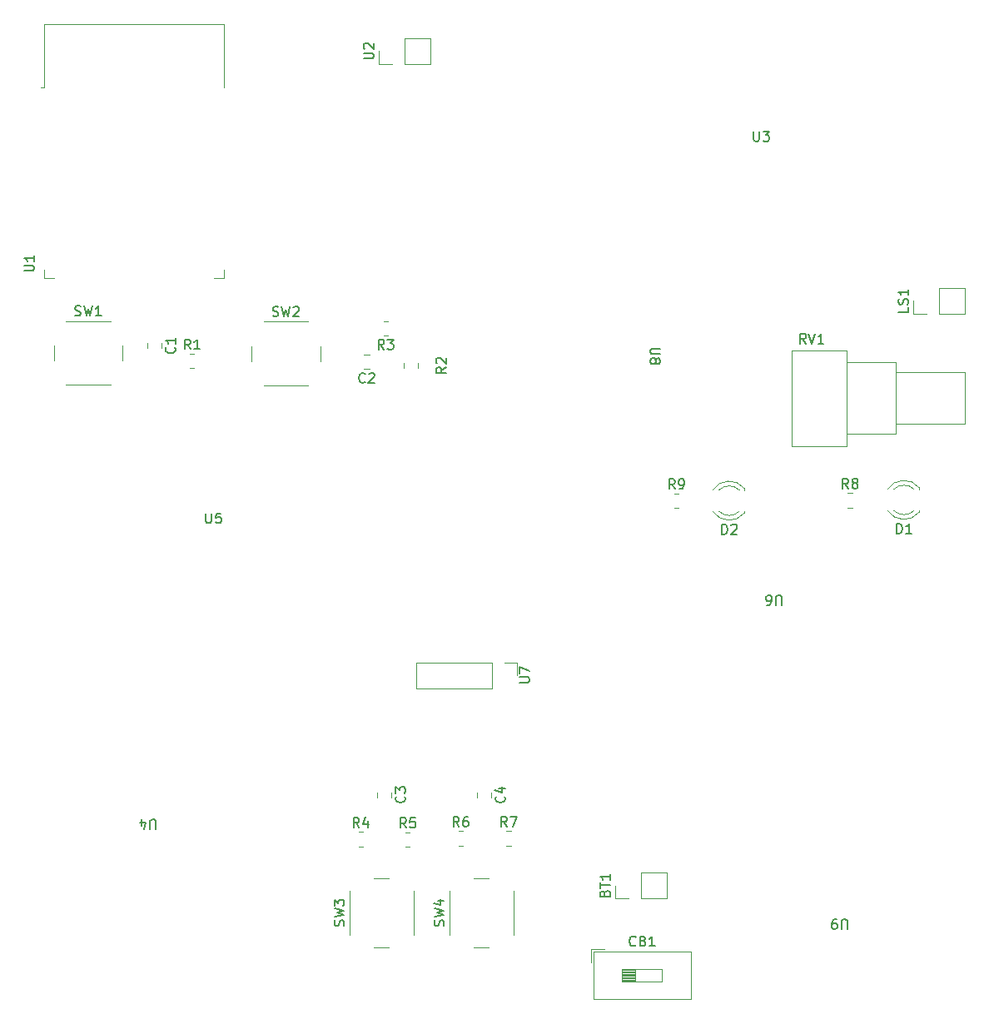
<source format=gbr>
%TF.GenerationSoftware,KiCad,Pcbnew,(6.0.5)*%
%TF.CreationDate,2022-05-27T10:16:45-05:00*%
%TF.ProjectId,Placa-Final,506c6163-612d-4466-996e-616c2e6b6963,rev?*%
%TF.SameCoordinates,Original*%
%TF.FileFunction,Legend,Top*%
%TF.FilePolarity,Positive*%
%FSLAX46Y46*%
G04 Gerber Fmt 4.6, Leading zero omitted, Abs format (unit mm)*
G04 Created by KiCad (PCBNEW (6.0.5)) date 2022-05-27 10:16:45*
%MOMM*%
%LPD*%
G01*
G04 APERTURE LIST*
%ADD10C,0.150000*%
%ADD11C,0.120000*%
G04 APERTURE END LIST*
D10*
%TO.C,U3*%
X107896495Y-41186280D02*
X107896495Y-41995804D01*
X107944114Y-42091042D01*
X107991733Y-42138661D01*
X108086971Y-42186280D01*
X108277447Y-42186280D01*
X108372685Y-42138661D01*
X108420304Y-42091042D01*
X108467923Y-41995804D01*
X108467923Y-41186280D01*
X108848876Y-41186280D02*
X109467923Y-41186280D01*
X109134590Y-41567233D01*
X109277447Y-41567233D01*
X109372685Y-41614852D01*
X109420304Y-41662471D01*
X109467923Y-41757709D01*
X109467923Y-41995804D01*
X109420304Y-42091042D01*
X109372685Y-42138661D01*
X109277447Y-42186280D01*
X108991733Y-42186280D01*
X108896495Y-42138661D01*
X108848876Y-42091042D01*
%TO.C,R7*%
X82812933Y-111896780D02*
X82479600Y-111420590D01*
X82241504Y-111896780D02*
X82241504Y-110896780D01*
X82622457Y-110896780D01*
X82717695Y-110944400D01*
X82765314Y-110992019D01*
X82812933Y-111087257D01*
X82812933Y-111230114D01*
X82765314Y-111325352D01*
X82717695Y-111372971D01*
X82622457Y-111420590D01*
X82241504Y-111420590D01*
X83146266Y-110896780D02*
X83812933Y-110896780D01*
X83384361Y-111896780D01*
%TO.C,R2*%
X76602380Y-65156666D02*
X76126190Y-65490000D01*
X76602380Y-65728095D02*
X75602380Y-65728095D01*
X75602380Y-65347142D01*
X75650000Y-65251904D01*
X75697619Y-65204285D01*
X75792857Y-65156666D01*
X75935714Y-65156666D01*
X76030952Y-65204285D01*
X76078571Y-65251904D01*
X76126190Y-65347142D01*
X76126190Y-65728095D01*
X75697619Y-64775714D02*
X75650000Y-64728095D01*
X75602380Y-64632857D01*
X75602380Y-64394761D01*
X75650000Y-64299523D01*
X75697619Y-64251904D01*
X75792857Y-64204285D01*
X75888095Y-64204285D01*
X76030952Y-64251904D01*
X76602380Y-64823333D01*
X76602380Y-64204285D01*
%TO.C,R8*%
X117528533Y-77494280D02*
X117195200Y-77018090D01*
X116957104Y-77494280D02*
X116957104Y-76494280D01*
X117338057Y-76494280D01*
X117433295Y-76541900D01*
X117480914Y-76589519D01*
X117528533Y-76684757D01*
X117528533Y-76827614D01*
X117480914Y-76922852D01*
X117433295Y-76970471D01*
X117338057Y-77018090D01*
X116957104Y-77018090D01*
X118099961Y-76922852D02*
X118004723Y-76875233D01*
X117957104Y-76827614D01*
X117909485Y-76732376D01*
X117909485Y-76684757D01*
X117957104Y-76589519D01*
X118004723Y-76541900D01*
X118099961Y-76494280D01*
X118290438Y-76494280D01*
X118385676Y-76541900D01*
X118433295Y-76589519D01*
X118480914Y-76684757D01*
X118480914Y-76732376D01*
X118433295Y-76827614D01*
X118385676Y-76875233D01*
X118290438Y-76922852D01*
X118099961Y-76922852D01*
X118004723Y-76970471D01*
X117957104Y-77018090D01*
X117909485Y-77113328D01*
X117909485Y-77303804D01*
X117957104Y-77399042D01*
X118004723Y-77446661D01*
X118099961Y-77494280D01*
X118290438Y-77494280D01*
X118385676Y-77446661D01*
X118433295Y-77399042D01*
X118480914Y-77303804D01*
X118480914Y-77113328D01*
X118433295Y-77018090D01*
X118385676Y-76970471D01*
X118290438Y-76922852D01*
%TO.C,RV1*%
X113218061Y-62757180D02*
X112884728Y-62280990D01*
X112646633Y-62757180D02*
X112646633Y-61757180D01*
X113027585Y-61757180D01*
X113122823Y-61804800D01*
X113170442Y-61852419D01*
X113218061Y-61947657D01*
X113218061Y-62090514D01*
X113170442Y-62185752D01*
X113122823Y-62233371D01*
X113027585Y-62280990D01*
X112646633Y-62280990D01*
X113503776Y-61757180D02*
X113837109Y-62757180D01*
X114170442Y-61757180D01*
X115027585Y-62757180D02*
X114456157Y-62757180D01*
X114741871Y-62757180D02*
X114741871Y-61757180D01*
X114646633Y-61900038D01*
X114551395Y-61995276D01*
X114456157Y-62042895D01*
%TO.C,C3*%
X72378542Y-108821966D02*
X72426161Y-108869585D01*
X72473780Y-109012442D01*
X72473780Y-109107680D01*
X72426161Y-109250538D01*
X72330923Y-109345776D01*
X72235685Y-109393395D01*
X72045209Y-109441014D01*
X71902352Y-109441014D01*
X71711876Y-109393395D01*
X71616638Y-109345776D01*
X71521400Y-109250538D01*
X71473780Y-109107680D01*
X71473780Y-109012442D01*
X71521400Y-108869585D01*
X71569019Y-108821966D01*
X71473780Y-108488633D02*
X71473780Y-107869585D01*
X71854733Y-108202919D01*
X71854733Y-108060061D01*
X71902352Y-107964823D01*
X71949971Y-107917204D01*
X72045209Y-107869585D01*
X72283304Y-107869585D01*
X72378542Y-107917204D01*
X72426161Y-107964823D01*
X72473780Y-108060061D01*
X72473780Y-108345776D01*
X72426161Y-108441014D01*
X72378542Y-108488633D01*
%TO.C,U5*%
X52185195Y-80032080D02*
X52185195Y-80841604D01*
X52232814Y-80936842D01*
X52280433Y-80984461D01*
X52375671Y-81032080D01*
X52566147Y-81032080D01*
X52661385Y-80984461D01*
X52709004Y-80936842D01*
X52756623Y-80841604D01*
X52756623Y-80032080D01*
X53709004Y-80032080D02*
X53232814Y-80032080D01*
X53185195Y-80508271D01*
X53232814Y-80460652D01*
X53328052Y-80413033D01*
X53566147Y-80413033D01*
X53661385Y-80460652D01*
X53709004Y-80508271D01*
X53756623Y-80603509D01*
X53756623Y-80841604D01*
X53709004Y-80936842D01*
X53661385Y-80984461D01*
X53566147Y-81032080D01*
X53328052Y-81032080D01*
X53232814Y-80984461D01*
X53185195Y-80936842D01*
%TO.C,BT1*%
X92757671Y-118670714D02*
X92805290Y-118527857D01*
X92852909Y-118480238D01*
X92948147Y-118432619D01*
X93091004Y-118432619D01*
X93186242Y-118480238D01*
X93233861Y-118527857D01*
X93281480Y-118623095D01*
X93281480Y-119004047D01*
X92281480Y-119004047D01*
X92281480Y-118670714D01*
X92329100Y-118575476D01*
X92376719Y-118527857D01*
X92471957Y-118480238D01*
X92567195Y-118480238D01*
X92662433Y-118527857D01*
X92710052Y-118575476D01*
X92757671Y-118670714D01*
X92757671Y-119004047D01*
X92281480Y-118146904D02*
X92281480Y-117575476D01*
X93281480Y-117861190D02*
X92281480Y-117861190D01*
X93281480Y-116718333D02*
X93281480Y-117289761D01*
X93281480Y-117004047D02*
X92281480Y-117004047D01*
X92424338Y-117099285D01*
X92519576Y-117194523D01*
X92567195Y-117289761D01*
%TO.C,C2*%
X68383333Y-66667142D02*
X68335714Y-66714761D01*
X68192857Y-66762380D01*
X68097619Y-66762380D01*
X67954761Y-66714761D01*
X67859523Y-66619523D01*
X67811904Y-66524285D01*
X67764285Y-66333809D01*
X67764285Y-66190952D01*
X67811904Y-66000476D01*
X67859523Y-65905238D01*
X67954761Y-65810000D01*
X68097619Y-65762380D01*
X68192857Y-65762380D01*
X68335714Y-65810000D01*
X68383333Y-65857619D01*
X68764285Y-65857619D02*
X68811904Y-65810000D01*
X68907142Y-65762380D01*
X69145238Y-65762380D01*
X69240476Y-65810000D01*
X69288095Y-65857619D01*
X69335714Y-65952857D01*
X69335714Y-66048095D01*
X69288095Y-66190952D01*
X68716666Y-66762380D01*
X69335714Y-66762380D01*
%TO.C,U8*%
X98384819Y-63266795D02*
X97575295Y-63266795D01*
X97480057Y-63314414D01*
X97432438Y-63362033D01*
X97384819Y-63457271D01*
X97384819Y-63647747D01*
X97432438Y-63742985D01*
X97480057Y-63790604D01*
X97575295Y-63838223D01*
X98384819Y-63838223D01*
X97956247Y-64457271D02*
X98003866Y-64362033D01*
X98051485Y-64314414D01*
X98146723Y-64266795D01*
X98194342Y-64266795D01*
X98289580Y-64314414D01*
X98337200Y-64362033D01*
X98384819Y-64457271D01*
X98384819Y-64647747D01*
X98337200Y-64742985D01*
X98289580Y-64790604D01*
X98194342Y-64838223D01*
X98146723Y-64838223D01*
X98051485Y-64790604D01*
X98003866Y-64742985D01*
X97956247Y-64647747D01*
X97956247Y-64457271D01*
X97908628Y-64362033D01*
X97861009Y-64314414D01*
X97765771Y-64266795D01*
X97575295Y-64266795D01*
X97480057Y-64314414D01*
X97432438Y-64362033D01*
X97384819Y-64457271D01*
X97384819Y-64647747D01*
X97432438Y-64742985D01*
X97480057Y-64790604D01*
X97575295Y-64838223D01*
X97765771Y-64838223D01*
X97861009Y-64790604D01*
X97908628Y-64742985D01*
X97956247Y-64647747D01*
%TO.C,*%
%TO.C,U1*%
X33722380Y-55370304D02*
X34531904Y-55370304D01*
X34627142Y-55322685D01*
X34674761Y-55275066D01*
X34722380Y-55179828D01*
X34722380Y-54989352D01*
X34674761Y-54894114D01*
X34627142Y-54846495D01*
X34531904Y-54798876D01*
X33722380Y-54798876D01*
X34722380Y-53798876D02*
X34722380Y-54370304D01*
X34722380Y-54084590D02*
X33722380Y-54084590D01*
X33865238Y-54179828D01*
X33960476Y-54275066D01*
X34008095Y-54370304D01*
%TO.C,C1*%
X48996242Y-63139666D02*
X49043861Y-63187285D01*
X49091480Y-63330142D01*
X49091480Y-63425380D01*
X49043861Y-63568238D01*
X48948623Y-63663476D01*
X48853385Y-63711095D01*
X48662909Y-63758714D01*
X48520052Y-63758714D01*
X48329576Y-63711095D01*
X48234338Y-63663476D01*
X48139100Y-63568238D01*
X48091480Y-63425380D01*
X48091480Y-63330142D01*
X48139100Y-63187285D01*
X48186719Y-63139666D01*
X49091480Y-62187285D02*
X49091480Y-62758714D01*
X49091480Y-62473000D02*
X48091480Y-62473000D01*
X48234338Y-62568238D01*
X48329576Y-62663476D01*
X48377195Y-62758714D01*
%TO.C,R5*%
X72556133Y-111992880D02*
X72222800Y-111516690D01*
X71984704Y-111992880D02*
X71984704Y-110992880D01*
X72365657Y-110992880D01*
X72460895Y-111040500D01*
X72508514Y-111088119D01*
X72556133Y-111183357D01*
X72556133Y-111326214D01*
X72508514Y-111421452D01*
X72460895Y-111469071D01*
X72365657Y-111516690D01*
X71984704Y-111516690D01*
X73460895Y-110992880D02*
X72984704Y-110992880D01*
X72937085Y-111469071D01*
X72984704Y-111421452D01*
X73079942Y-111373833D01*
X73318038Y-111373833D01*
X73413276Y-111421452D01*
X73460895Y-111469071D01*
X73508514Y-111564309D01*
X73508514Y-111802404D01*
X73460895Y-111897642D01*
X73413276Y-111945261D01*
X73318038Y-111992880D01*
X73079942Y-111992880D01*
X72984704Y-111945261D01*
X72937085Y-111897642D01*
%TO.C,D1*%
X122451904Y-82072380D02*
X122451904Y-81072380D01*
X122690000Y-81072380D01*
X122832857Y-81120000D01*
X122928095Y-81215238D01*
X122975714Y-81310476D01*
X123023333Y-81500952D01*
X123023333Y-81643809D01*
X122975714Y-81834285D01*
X122928095Y-81929523D01*
X122832857Y-82024761D01*
X122690000Y-82072380D01*
X122451904Y-82072380D01*
X123975714Y-82072380D02*
X123404285Y-82072380D01*
X123690000Y-82072380D02*
X123690000Y-81072380D01*
X123594761Y-81215238D01*
X123499523Y-81310476D01*
X123404285Y-81358095D01*
%TO.C,R6*%
X77942033Y-111896680D02*
X77608700Y-111420490D01*
X77370604Y-111896680D02*
X77370604Y-110896680D01*
X77751557Y-110896680D01*
X77846795Y-110944300D01*
X77894414Y-110991919D01*
X77942033Y-111087157D01*
X77942033Y-111230014D01*
X77894414Y-111325252D01*
X77846795Y-111372871D01*
X77751557Y-111420490D01*
X77370604Y-111420490D01*
X78799176Y-110896680D02*
X78608700Y-110896680D01*
X78513461Y-110944300D01*
X78465842Y-110991919D01*
X78370604Y-111134776D01*
X78322985Y-111325252D01*
X78322985Y-111706204D01*
X78370604Y-111801442D01*
X78418223Y-111849061D01*
X78513461Y-111896680D01*
X78703938Y-111896680D01*
X78799176Y-111849061D01*
X78846795Y-111801442D01*
X78894414Y-111706204D01*
X78894414Y-111468109D01*
X78846795Y-111372871D01*
X78799176Y-111325252D01*
X78703938Y-111277633D01*
X78513461Y-111277633D01*
X78418223Y-111325252D01*
X78370604Y-111372871D01*
X78322985Y-111468109D01*
%TO.C,U9*%
X117402004Y-122294619D02*
X117402004Y-121485095D01*
X117354385Y-121389857D01*
X117306766Y-121342238D01*
X117211528Y-121294619D01*
X117021052Y-121294619D01*
X116925814Y-121342238D01*
X116878195Y-121389857D01*
X116830576Y-121485095D01*
X116830576Y-122294619D01*
X116306766Y-121294619D02*
X116116290Y-121294619D01*
X116021052Y-121342238D01*
X115973433Y-121389857D01*
X115878195Y-121532714D01*
X115830576Y-121723190D01*
X115830576Y-122104142D01*
X115878195Y-122199380D01*
X115925814Y-122247000D01*
X116021052Y-122294619D01*
X116211528Y-122294619D01*
X116306766Y-122247000D01*
X116354385Y-122199380D01*
X116402004Y-122104142D01*
X116402004Y-121866047D01*
X116354385Y-121770809D01*
X116306766Y-121723190D01*
X116211528Y-121675571D01*
X116021052Y-121675571D01*
X115925814Y-121723190D01*
X115878195Y-121770809D01*
X115830576Y-121866047D01*
%TO.C,R4*%
X67781333Y-111960880D02*
X67448000Y-111484690D01*
X67209904Y-111960880D02*
X67209904Y-110960880D01*
X67590857Y-110960880D01*
X67686095Y-111008500D01*
X67733714Y-111056119D01*
X67781333Y-111151357D01*
X67781333Y-111294214D01*
X67733714Y-111389452D01*
X67686095Y-111437071D01*
X67590857Y-111484690D01*
X67209904Y-111484690D01*
X68638476Y-111294214D02*
X68638476Y-111960880D01*
X68400380Y-110913261D02*
X68162285Y-111627547D01*
X68781333Y-111627547D01*
%TO.C,*%
%TO.C,U4*%
X47098004Y-112135919D02*
X47098004Y-111326395D01*
X47050385Y-111231157D01*
X47002766Y-111183538D01*
X46907528Y-111135919D01*
X46717052Y-111135919D01*
X46621814Y-111183538D01*
X46574195Y-111231157D01*
X46526576Y-111326395D01*
X46526576Y-112135919D01*
X45621814Y-111802585D02*
X45621814Y-111135919D01*
X45859909Y-112183538D02*
X46098004Y-111469252D01*
X45478957Y-111469252D01*
%TO.C,CB1*%
X95895833Y-123937142D02*
X95848214Y-123984761D01*
X95705357Y-124032380D01*
X95610119Y-124032380D01*
X95467261Y-123984761D01*
X95372023Y-123889523D01*
X95324404Y-123794285D01*
X95276785Y-123603809D01*
X95276785Y-123460952D01*
X95324404Y-123270476D01*
X95372023Y-123175238D01*
X95467261Y-123080000D01*
X95610119Y-123032380D01*
X95705357Y-123032380D01*
X95848214Y-123080000D01*
X95895833Y-123127619D01*
X96657738Y-123508571D02*
X96800595Y-123556190D01*
X96848214Y-123603809D01*
X96895833Y-123699047D01*
X96895833Y-123841904D01*
X96848214Y-123937142D01*
X96800595Y-123984761D01*
X96705357Y-124032380D01*
X96324404Y-124032380D01*
X96324404Y-123032380D01*
X96657738Y-123032380D01*
X96752976Y-123080000D01*
X96800595Y-123127619D01*
X96848214Y-123222857D01*
X96848214Y-123318095D01*
X96800595Y-123413333D01*
X96752976Y-123460952D01*
X96657738Y-123508571D01*
X96324404Y-123508571D01*
X97848214Y-124032380D02*
X97276785Y-124032380D01*
X97562500Y-124032380D02*
X97562500Y-123032380D01*
X97467261Y-123175238D01*
X97372023Y-123270476D01*
X97276785Y-123318095D01*
%TO.C,C4*%
X82538542Y-108821966D02*
X82586161Y-108869585D01*
X82633780Y-109012442D01*
X82633780Y-109107680D01*
X82586161Y-109250538D01*
X82490923Y-109345776D01*
X82395685Y-109393395D01*
X82205209Y-109441014D01*
X82062352Y-109441014D01*
X81871876Y-109393395D01*
X81776638Y-109345776D01*
X81681400Y-109250538D01*
X81633780Y-109107680D01*
X81633780Y-109012442D01*
X81681400Y-108869585D01*
X81729019Y-108821966D01*
X81967114Y-107964823D02*
X82633780Y-107964823D01*
X81586161Y-108202919D02*
X82300447Y-108441014D01*
X82300447Y-107821966D01*
%TO.C,U2*%
X68242380Y-33781904D02*
X69051904Y-33781904D01*
X69147142Y-33734285D01*
X69194761Y-33686666D01*
X69242380Y-33591428D01*
X69242380Y-33400952D01*
X69194761Y-33305714D01*
X69147142Y-33258095D01*
X69051904Y-33210476D01*
X68242380Y-33210476D01*
X68337619Y-32781904D02*
X68290000Y-32734285D01*
X68242380Y-32639047D01*
X68242380Y-32400952D01*
X68290000Y-32305714D01*
X68337619Y-32258095D01*
X68432857Y-32210476D01*
X68528095Y-32210476D01*
X68670952Y-32258095D01*
X69242380Y-32829523D01*
X69242380Y-32210476D01*
%TO.C,D2*%
X104671904Y-82152380D02*
X104671904Y-81152380D01*
X104910000Y-81152380D01*
X105052857Y-81200000D01*
X105148095Y-81295238D01*
X105195714Y-81390476D01*
X105243333Y-81580952D01*
X105243333Y-81723809D01*
X105195714Y-81914285D01*
X105148095Y-82009523D01*
X105052857Y-82104761D01*
X104910000Y-82152380D01*
X104671904Y-82152380D01*
X105624285Y-81247619D02*
X105671904Y-81200000D01*
X105767142Y-81152380D01*
X106005238Y-81152380D01*
X106100476Y-81200000D01*
X106148095Y-81247619D01*
X106195714Y-81342857D01*
X106195714Y-81438095D01*
X106148095Y-81580952D01*
X105576666Y-82152380D01*
X106195714Y-82152380D01*
%TO.C,SW4*%
X76366161Y-121978633D02*
X76413780Y-121835776D01*
X76413780Y-121597680D01*
X76366161Y-121502442D01*
X76318542Y-121454823D01*
X76223304Y-121407204D01*
X76128066Y-121407204D01*
X76032828Y-121454823D01*
X75985209Y-121502442D01*
X75937590Y-121597680D01*
X75889971Y-121788157D01*
X75842352Y-121883395D01*
X75794733Y-121931014D01*
X75699495Y-121978633D01*
X75604257Y-121978633D01*
X75509019Y-121931014D01*
X75461400Y-121883395D01*
X75413780Y-121788157D01*
X75413780Y-121550061D01*
X75461400Y-121407204D01*
X75413780Y-121073871D02*
X76413780Y-120835776D01*
X75699495Y-120645300D01*
X76413780Y-120454823D01*
X75413780Y-120216728D01*
X75747114Y-119407204D02*
X76413780Y-119407204D01*
X75366161Y-119645300D02*
X76080447Y-119883395D01*
X76080447Y-119264347D01*
%TO.C,*%
%TO.C,R9*%
X99893333Y-77542380D02*
X99560000Y-77066190D01*
X99321904Y-77542380D02*
X99321904Y-76542380D01*
X99702857Y-76542380D01*
X99798095Y-76590000D01*
X99845714Y-76637619D01*
X99893333Y-76732857D01*
X99893333Y-76875714D01*
X99845714Y-76970952D01*
X99798095Y-77018571D01*
X99702857Y-77066190D01*
X99321904Y-77066190D01*
X100369523Y-77542380D02*
X100560000Y-77542380D01*
X100655238Y-77494761D01*
X100702857Y-77447142D01*
X100798095Y-77304285D01*
X100845714Y-77113809D01*
X100845714Y-76732857D01*
X100798095Y-76637619D01*
X100750476Y-76590000D01*
X100655238Y-76542380D01*
X100464761Y-76542380D01*
X100369523Y-76590000D01*
X100321904Y-76637619D01*
X100274285Y-76732857D01*
X100274285Y-76970952D01*
X100321904Y-77066190D01*
X100369523Y-77113809D01*
X100464761Y-77161428D01*
X100655238Y-77161428D01*
X100750476Y-77113809D01*
X100798095Y-77066190D01*
X100845714Y-76970952D01*
%TO.C,R3*%
X70314433Y-63350780D02*
X69981100Y-62874590D01*
X69743004Y-63350780D02*
X69743004Y-62350780D01*
X70123957Y-62350780D01*
X70219195Y-62398400D01*
X70266814Y-62446019D01*
X70314433Y-62541257D01*
X70314433Y-62684114D01*
X70266814Y-62779352D01*
X70219195Y-62826971D01*
X70123957Y-62874590D01*
X69743004Y-62874590D01*
X70647766Y-62350780D02*
X71266814Y-62350780D01*
X70933480Y-62731733D01*
X71076338Y-62731733D01*
X71171576Y-62779352D01*
X71219195Y-62826971D01*
X71266814Y-62922209D01*
X71266814Y-63160304D01*
X71219195Y-63255542D01*
X71171576Y-63303161D01*
X71076338Y-63350780D01*
X70790623Y-63350780D01*
X70695385Y-63303161D01*
X70647766Y-63255542D01*
%TO.C,U6*%
X110742204Y-89368119D02*
X110742204Y-88558595D01*
X110694585Y-88463357D01*
X110646966Y-88415738D01*
X110551728Y-88368119D01*
X110361252Y-88368119D01*
X110266014Y-88415738D01*
X110218395Y-88463357D01*
X110170776Y-88558595D01*
X110170776Y-89368119D01*
X109266014Y-89368119D02*
X109456490Y-89368119D01*
X109551728Y-89320500D01*
X109599347Y-89272880D01*
X109694585Y-89130023D01*
X109742204Y-88939547D01*
X109742204Y-88558595D01*
X109694585Y-88463357D01*
X109646966Y-88415738D01*
X109551728Y-88368119D01*
X109361252Y-88368119D01*
X109266014Y-88415738D01*
X109218395Y-88463357D01*
X109170776Y-88558595D01*
X109170776Y-88796690D01*
X109218395Y-88891928D01*
X109266014Y-88939547D01*
X109361252Y-88987166D01*
X109551728Y-88987166D01*
X109646966Y-88939547D01*
X109694585Y-88891928D01*
X109742204Y-88796690D01*
%TO.C,SW1*%
X38891666Y-59879861D02*
X39034523Y-59927480D01*
X39272619Y-59927480D01*
X39367857Y-59879861D01*
X39415476Y-59832242D01*
X39463095Y-59737004D01*
X39463095Y-59641766D01*
X39415476Y-59546528D01*
X39367857Y-59498909D01*
X39272619Y-59451290D01*
X39082142Y-59403671D01*
X38986904Y-59356052D01*
X38939285Y-59308433D01*
X38891666Y-59213195D01*
X38891666Y-59117957D01*
X38939285Y-59022719D01*
X38986904Y-58975100D01*
X39082142Y-58927480D01*
X39320238Y-58927480D01*
X39463095Y-58975100D01*
X39796428Y-58927480D02*
X40034523Y-59927480D01*
X40225000Y-59213195D01*
X40415476Y-59927480D01*
X40653571Y-58927480D01*
X41558333Y-59927480D02*
X40986904Y-59927480D01*
X41272619Y-59927480D02*
X41272619Y-58927480D01*
X41177380Y-59070338D01*
X41082142Y-59165576D01*
X40986904Y-59213195D01*
%TO.C,*%
%TO.C,R1*%
X50624933Y-63336280D02*
X50291600Y-62860090D01*
X50053504Y-63336280D02*
X50053504Y-62336280D01*
X50434457Y-62336280D01*
X50529695Y-62383900D01*
X50577314Y-62431519D01*
X50624933Y-62526757D01*
X50624933Y-62669614D01*
X50577314Y-62764852D01*
X50529695Y-62812471D01*
X50434457Y-62860090D01*
X50053504Y-62860090D01*
X51577314Y-63336280D02*
X51005885Y-63336280D01*
X51291600Y-63336280D02*
X51291600Y-62336280D01*
X51196361Y-62479138D01*
X51101123Y-62574376D01*
X51005885Y-62621995D01*
%TO.C,SW2*%
X58987766Y-59943161D02*
X59130623Y-59990780D01*
X59368719Y-59990780D01*
X59463957Y-59943161D01*
X59511576Y-59895542D01*
X59559195Y-59800304D01*
X59559195Y-59705066D01*
X59511576Y-59609828D01*
X59463957Y-59562209D01*
X59368719Y-59514590D01*
X59178242Y-59466971D01*
X59083004Y-59419352D01*
X59035385Y-59371733D01*
X58987766Y-59276495D01*
X58987766Y-59181257D01*
X59035385Y-59086019D01*
X59083004Y-59038400D01*
X59178242Y-58990780D01*
X59416338Y-58990780D01*
X59559195Y-59038400D01*
X59892528Y-58990780D02*
X60130623Y-59990780D01*
X60321100Y-59276495D01*
X60511576Y-59990780D01*
X60749671Y-58990780D01*
X61083004Y-59086019D02*
X61130623Y-59038400D01*
X61225861Y-58990780D01*
X61463957Y-58990780D01*
X61559195Y-59038400D01*
X61606814Y-59086019D01*
X61654433Y-59181257D01*
X61654433Y-59276495D01*
X61606814Y-59419352D01*
X61035385Y-59990780D01*
X61654433Y-59990780D01*
%TO.C,U7*%
X84102380Y-97251904D02*
X84911904Y-97251904D01*
X85007142Y-97204285D01*
X85054761Y-97156666D01*
X85102380Y-97061428D01*
X85102380Y-96870952D01*
X85054761Y-96775714D01*
X85007142Y-96728095D01*
X84911904Y-96680476D01*
X84102380Y-96680476D01*
X84102380Y-96299523D02*
X84102380Y-95632857D01*
X85102380Y-96061428D01*
%TO.C,SW3*%
X66206161Y-121978633D02*
X66253780Y-121835776D01*
X66253780Y-121597680D01*
X66206161Y-121502442D01*
X66158542Y-121454823D01*
X66063304Y-121407204D01*
X65968066Y-121407204D01*
X65872828Y-121454823D01*
X65825209Y-121502442D01*
X65777590Y-121597680D01*
X65729971Y-121788157D01*
X65682352Y-121883395D01*
X65634733Y-121931014D01*
X65539495Y-121978633D01*
X65444257Y-121978633D01*
X65349019Y-121931014D01*
X65301400Y-121883395D01*
X65253780Y-121788157D01*
X65253780Y-121550061D01*
X65301400Y-121407204D01*
X65253780Y-121073871D02*
X66253780Y-120835776D01*
X65539495Y-120645300D01*
X66253780Y-120454823D01*
X65253780Y-120216728D01*
X65253780Y-119931014D02*
X65253780Y-119311966D01*
X65634733Y-119645300D01*
X65634733Y-119502442D01*
X65682352Y-119407204D01*
X65729971Y-119359585D01*
X65825209Y-119311966D01*
X66063304Y-119311966D01*
X66158542Y-119359585D01*
X66206161Y-119407204D01*
X66253780Y-119502442D01*
X66253780Y-119788157D01*
X66206161Y-119883395D01*
X66158542Y-119931014D01*
%TO.C,LS1*%
X123615480Y-59062857D02*
X123615480Y-59539047D01*
X122615480Y-59539047D01*
X123567861Y-58777142D02*
X123615480Y-58634285D01*
X123615480Y-58396190D01*
X123567861Y-58300952D01*
X123520242Y-58253333D01*
X123425004Y-58205714D01*
X123329766Y-58205714D01*
X123234528Y-58253333D01*
X123186909Y-58300952D01*
X123139290Y-58396190D01*
X123091671Y-58586666D01*
X123044052Y-58681904D01*
X122996433Y-58729523D01*
X122901195Y-58777142D01*
X122805957Y-58777142D01*
X122710719Y-58729523D01*
X122663100Y-58681904D01*
X122615480Y-58586666D01*
X122615480Y-58348571D01*
X122663100Y-58205714D01*
X123615480Y-57253333D02*
X123615480Y-57824761D01*
X123615480Y-57539047D02*
X122615480Y-57539047D01*
X122758338Y-57634285D01*
X122853576Y-57729523D01*
X122901195Y-57824761D01*
D11*
%TO.C,R7*%
X82752536Y-112359400D02*
X83206664Y-112359400D01*
X82752536Y-113829400D02*
X83206664Y-113829400D01*
%TO.C,R2*%
X72286100Y-65209564D02*
X72286100Y-64755436D01*
X73756100Y-65209564D02*
X73756100Y-64755436D01*
%TO.C,R8*%
X117468136Y-79426900D02*
X117922264Y-79426900D01*
X117468136Y-77956900D02*
X117922264Y-77956900D01*
%TO.C,RV1*%
X111742300Y-63434800D02*
X111742300Y-73174800D01*
X117383300Y-71924800D02*
X122383300Y-71924800D01*
X122383300Y-70924800D02*
X129383300Y-70924800D01*
X117383300Y-64684800D02*
X122383300Y-64684800D01*
X111742300Y-63434800D02*
X117383300Y-63434800D01*
X122383300Y-64684800D02*
X122383300Y-71924800D01*
X117383300Y-63434800D02*
X117383300Y-73174800D01*
X111742300Y-73174800D02*
X117383300Y-73174800D01*
X129383300Y-65684800D02*
X129383300Y-70924800D01*
X122383300Y-65684800D02*
X129383300Y-65684800D01*
%TO.C,C3*%
X69606400Y-108394048D02*
X69606400Y-108916552D01*
X71076400Y-108394048D02*
X71076400Y-108916552D01*
%TO.C,BT1*%
X96429100Y-119215000D02*
X96429100Y-116555000D01*
X96429100Y-119215000D02*
X99029100Y-119215000D01*
X96429100Y-116555000D02*
X99029100Y-116555000D01*
X93829100Y-119215000D02*
X93829100Y-117885000D01*
X99029100Y-119215000D02*
X99029100Y-116555000D01*
X95159100Y-119215000D02*
X93829100Y-119215000D01*
%TO.C,C2*%
X68811252Y-63895000D02*
X68288748Y-63895000D01*
X68811252Y-65365000D02*
X68288748Y-65365000D01*
%TO.C,U1*%
X54000000Y-30313400D02*
X54000000Y-36733400D01*
X35760000Y-56058400D02*
X36760000Y-56058400D01*
X35760000Y-30313400D02*
X54000000Y-30313400D01*
X35760000Y-36733400D02*
X35380000Y-36733400D01*
X35760000Y-55278400D02*
X35760000Y-56058400D01*
X54000000Y-56058400D02*
X53000000Y-56058400D01*
X35760000Y-30313400D02*
X35760000Y-36733400D01*
X54000000Y-55278400D02*
X54000000Y-56058400D01*
%TO.C,C1*%
X46224100Y-62711748D02*
X46224100Y-63234252D01*
X47694100Y-62711748D02*
X47694100Y-63234252D01*
%TO.C,R5*%
X72495736Y-113925500D02*
X72949864Y-113925500D01*
X72495736Y-112455500D02*
X72949864Y-112455500D01*
%TO.C,D1*%
X124750000Y-77580000D02*
X124750000Y-77424000D01*
X124750000Y-79896000D02*
X124750000Y-79740000D01*
X124750000Y-77424484D02*
G75*
G03*
X121517665Y-77581392I-1560000J-1235516D01*
G01*
X124230961Y-77580000D02*
G75*
G03*
X122148870Y-77580163I-1040961J-1080000D01*
G01*
X122148870Y-79739837D02*
G75*
G03*
X124230961Y-79740000I1041130J1079837D01*
G01*
X121517665Y-79738608D02*
G75*
G03*
X124750000Y-79895516I1672335J1078608D01*
G01*
%TO.C,R6*%
X77881636Y-113829300D02*
X78335764Y-113829300D01*
X77881636Y-112359300D02*
X78335764Y-112359300D01*
%TO.C,R4*%
X67720936Y-113893500D02*
X68175064Y-113893500D01*
X67720936Y-112423500D02*
X68175064Y-112423500D01*
%TO.C,CB1*%
X94532500Y-126965000D02*
X95885833Y-126965000D01*
X94532500Y-127635000D02*
X98592500Y-127635000D01*
X95885833Y-126365000D02*
X95885833Y-127635000D01*
X94532500Y-127445000D02*
X95885833Y-127445000D01*
X94532500Y-126365000D02*
X94532500Y-127635000D01*
X91612500Y-129420000D02*
X101512500Y-129420000D01*
X94532500Y-126845000D02*
X95885833Y-126845000D01*
X98592500Y-127635000D02*
X98592500Y-126365000D01*
X91612500Y-124580000D02*
X91612500Y-129420000D01*
X91372500Y-124340000D02*
X91372500Y-125723000D01*
X94532500Y-127205000D02*
X95885833Y-127205000D01*
X91372500Y-124340000D02*
X92756500Y-124340000D01*
X94532500Y-126725000D02*
X95885833Y-126725000D01*
X94532500Y-127085000D02*
X95885833Y-127085000D01*
X101512500Y-124580000D02*
X101512500Y-129420000D01*
X94532500Y-126605000D02*
X95885833Y-126605000D01*
X91612500Y-124580000D02*
X101512500Y-124580000D01*
X94532500Y-127325000D02*
X95885833Y-127325000D01*
X94532500Y-127565000D02*
X95885833Y-127565000D01*
X98592500Y-126365000D02*
X94532500Y-126365000D01*
X94532500Y-126485000D02*
X95885833Y-126485000D01*
%TO.C,C4*%
X79766400Y-108394048D02*
X79766400Y-108916552D01*
X81236400Y-108394048D02*
X81236400Y-108916552D01*
%TO.C,U2*%
X69790000Y-34350000D02*
X69790000Y-33020000D01*
X72390000Y-34350000D02*
X74990000Y-34350000D01*
X72390000Y-34350000D02*
X72390000Y-31690000D01*
X74990000Y-34350000D02*
X74990000Y-31690000D01*
X72390000Y-31690000D02*
X74990000Y-31690000D01*
X71120000Y-34350000D02*
X69790000Y-34350000D01*
%TO.C,D2*%
X106970000Y-79976000D02*
X106970000Y-79820000D01*
X106970000Y-77660000D02*
X106970000Y-77504000D01*
X106450961Y-77660000D02*
G75*
G03*
X104368870Y-77660163I-1040961J-1080000D01*
G01*
X104368870Y-79819837D02*
G75*
G03*
X106450961Y-79820000I1041130J1079837D01*
G01*
X106970000Y-77504484D02*
G75*
G03*
X103737665Y-77661392I-1560000J-1235516D01*
G01*
X103737665Y-79818608D02*
G75*
G03*
X106970000Y-79975516I1672335J1078608D01*
G01*
%TO.C,SW4*%
X79461400Y-124145300D02*
X80961400Y-124145300D01*
X83461400Y-122895300D02*
X83461400Y-118395300D01*
X80961400Y-117145300D02*
X79461400Y-117145300D01*
X76961400Y-118395300D02*
X76961400Y-122895300D01*
%TO.C,R9*%
X99832936Y-78005000D02*
X100287064Y-78005000D01*
X99832936Y-79475000D02*
X100287064Y-79475000D01*
%TO.C,R3*%
X70708164Y-60513400D02*
X70254036Y-60513400D01*
X70708164Y-61983400D02*
X70254036Y-61983400D01*
%TO.C,SW1*%
X43725000Y-64475100D02*
X43725000Y-62975100D01*
X37975000Y-66975100D02*
X42475000Y-66975100D01*
X36725000Y-62975100D02*
X36725000Y-64475100D01*
X42475000Y-60475100D02*
X37975000Y-60475100D01*
%TO.C,R1*%
X50564536Y-65268900D02*
X51018664Y-65268900D01*
X50564536Y-63798900D02*
X51018664Y-63798900D01*
%TO.C,SW2*%
X63821100Y-64538400D02*
X63821100Y-63038400D01*
X62571100Y-60538400D02*
X58071100Y-60538400D01*
X58071100Y-67038400D02*
X62571100Y-67038400D01*
X56821100Y-63038400D02*
X56821100Y-64538400D01*
%TO.C,U7*%
X82540000Y-95190000D02*
X83870000Y-95190000D01*
X83870000Y-95190000D02*
X83870000Y-96520000D01*
X73590000Y-95190000D02*
X73590000Y-97850000D01*
X81270000Y-95190000D02*
X81270000Y-97850000D01*
X81270000Y-97850000D02*
X73590000Y-97850000D01*
X81270000Y-95190000D02*
X73590000Y-95190000D01*
%TO.C,SW3*%
X66801400Y-118395300D02*
X66801400Y-122895300D01*
X69301400Y-124145300D02*
X70801400Y-124145300D01*
X70801400Y-117145300D02*
X69301400Y-117145300D01*
X73301400Y-122895300D02*
X73301400Y-118395300D01*
%TO.C,LS1*%
X124163100Y-59750000D02*
X124163100Y-58420000D01*
X125493100Y-59750000D02*
X124163100Y-59750000D01*
X126763100Y-59750000D02*
X129363100Y-59750000D01*
X129363100Y-59750000D02*
X129363100Y-57090000D01*
X126763100Y-57090000D02*
X129363100Y-57090000D01*
X126763100Y-59750000D02*
X126763100Y-57090000D01*
%TD*%
M02*

</source>
